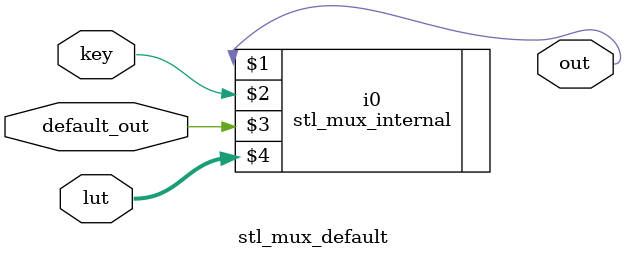
<source format=sv>
`include "config.sv"
module stl_mux_default #(NR_KEY = 2, KEY_LEN = 1, DATA_LEN = 1) (
	output [DATA_LEN-1:0] out,
	input [KEY_LEN-1:0] key,
	input [DATA_LEN-1:0] default_out,
	input [NR_KEY*(KEY_LEN + DATA_LEN)-1:0] lut
);

	stl_mux_internal #(NR_KEY, KEY_LEN, DATA_LEN, 1) i0 (out, key, default_out, lut);
	
endmodule

</source>
